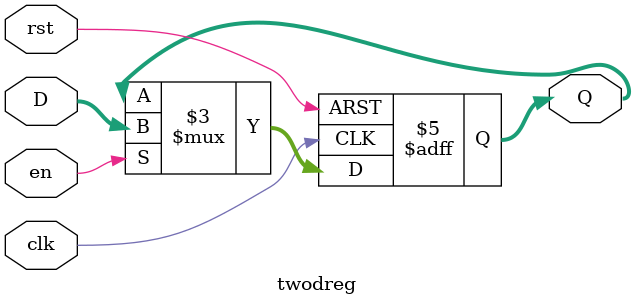
<source format=v>
`timescale 1ns / 1ps


module twodreg( input [1:0] D,
	input clk, en, rst,
	output reg [1:0] Q
    );

always@(posedge clk, posedge rst) begin
	if (rst) Q<=2'b00;
	else if (en) Q<=D;
	else Q<=Q;
end

endmodule

</source>
